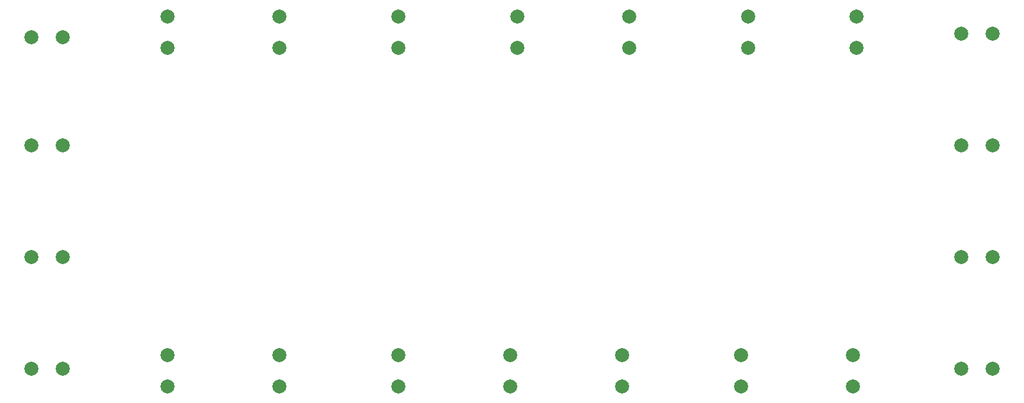
<source format=gbl>
G04 (created by PCBNEW (2013-08-24 BZR 4298)-stable) date Sat 01 Feb 2014 01:44:32 PM PST*
%MOIN*%
G04 Gerber Fmt 3.4, Leading zero omitted, Abs format*
%FSLAX34Y34*%
G01*
G70*
G90*
G04 APERTURE LIST*
%ADD10C,0.005906*%
%ADD11C,0.078700*%
G04 APERTURE END LIST*
G54D10*
G54D11*
X26771Y-42913D03*
X24999Y-42913D03*
X26771Y-30511D03*
X24999Y-30511D03*
X32677Y-31102D03*
X32677Y-29330D03*
X26771Y-36614D03*
X24999Y-36614D03*
X26771Y-49212D03*
X24999Y-49212D03*
X64960Y-48424D03*
X64960Y-50196D03*
X77361Y-49212D03*
X79133Y-49212D03*
X77361Y-42913D03*
X79133Y-42913D03*
X38976Y-31102D03*
X38976Y-29330D03*
X77361Y-36614D03*
X79133Y-36614D03*
X77361Y-30314D03*
X79133Y-30314D03*
X32677Y-48424D03*
X32677Y-50196D03*
X38976Y-48424D03*
X38976Y-50196D03*
X71259Y-48424D03*
X71259Y-50196D03*
X58661Y-31102D03*
X58661Y-29330D03*
X58267Y-48424D03*
X58267Y-50196D03*
X51968Y-48424D03*
X51968Y-50196D03*
X52362Y-31102D03*
X52362Y-29330D03*
X45669Y-48424D03*
X45669Y-50196D03*
X45669Y-31102D03*
X45669Y-29330D03*
X71456Y-31102D03*
X71456Y-29330D03*
X65354Y-31102D03*
X65354Y-29330D03*
M02*

</source>
